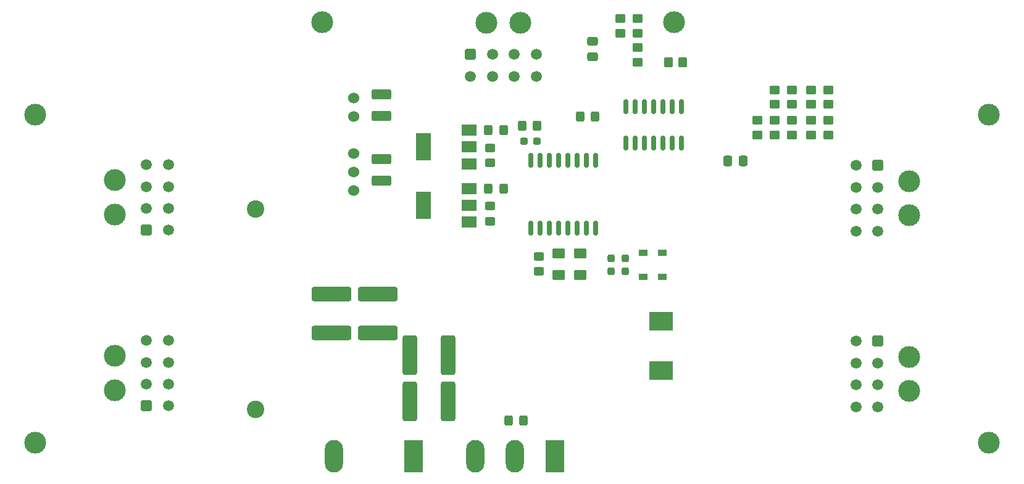
<source format=gbr>
%TF.GenerationSoftware,KiCad,Pcbnew,(6.0.1)*%
%TF.CreationDate,2023-02-17T13:15:31+03:00*%
%TF.ProjectId,_______ IGBT,14403039-3235-4402-9049-4742542e6b69,rev?*%
%TF.SameCoordinates,Original*%
%TF.FileFunction,Soldermask,Top*%
%TF.FilePolarity,Negative*%
%FSLAX46Y46*%
G04 Gerber Fmt 4.6, Leading zero omitted, Abs format (unit mm)*
G04 Created by KiCad (PCBNEW (6.0.1)) date 2023-02-17 13:15:31*
%MOMM*%
%LPD*%
G01*
G04 APERTURE LIST*
G04 Aperture macros list*
%AMRoundRect*
0 Rectangle with rounded corners*
0 $1 Rounding radius*
0 $2 $3 $4 $5 $6 $7 $8 $9 X,Y pos of 4 corners*
0 Add a 4 corners polygon primitive as box body*
4,1,4,$2,$3,$4,$5,$6,$7,$8,$9,$2,$3,0*
0 Add four circle primitives for the rounded corners*
1,1,$1+$1,$2,$3*
1,1,$1+$1,$4,$5*
1,1,$1+$1,$6,$7*
1,1,$1+$1,$8,$9*
0 Add four rect primitives between the rounded corners*
20,1,$1+$1,$2,$3,$4,$5,0*
20,1,$1+$1,$4,$5,$6,$7,0*
20,1,$1+$1,$6,$7,$8,$9,0*
20,1,$1+$1,$8,$9,$2,$3,0*%
G04 Aperture macros list end*
%ADD10RoundRect,0.250000X-0.450000X0.350000X-0.450000X-0.350000X0.450000X-0.350000X0.450000X0.350000X0*%
%ADD11RoundRect,0.250000X0.450000X-0.350000X0.450000X0.350000X-0.450000X0.350000X-0.450000X-0.350000X0*%
%ADD12C,2.400000*%
%ADD13RoundRect,0.250001X-1.074999X0.462499X-1.074999X-0.462499X1.074999X-0.462499X1.074999X0.462499X0*%
%ADD14RoundRect,0.250000X-0.475000X0.337500X-0.475000X-0.337500X0.475000X-0.337500X0.475000X0.337500X0*%
%ADD15RoundRect,0.250001X1.074999X-0.462499X1.074999X0.462499X-1.074999X0.462499X-1.074999X-0.462499X0*%
%ADD16RoundRect,0.237500X0.287500X0.237500X-0.287500X0.237500X-0.287500X-0.237500X0.287500X-0.237500X0*%
%ADD17RoundRect,0.237500X0.237500X-0.287500X0.237500X0.287500X-0.237500X0.287500X-0.237500X-0.287500X0*%
%ADD18RoundRect,0.250000X-0.325000X-0.450000X0.325000X-0.450000X0.325000X0.450000X-0.325000X0.450000X0*%
%ADD19RoundRect,0.250000X-0.450000X0.325000X-0.450000X-0.325000X0.450000X-0.325000X0.450000X0.325000X0*%
%ADD20RoundRect,0.150000X0.150000X-0.875000X0.150000X0.875000X-0.150000X0.875000X-0.150000X-0.875000X0*%
%ADD21R,1.200000X0.900000*%
%ADD22R,3.300000X2.500000*%
%ADD23C,3.000000*%
%ADD24R,2.500000X4.500000*%
%ADD25O,2.500000X4.500000*%
%ADD26RoundRect,0.250000X0.325000X0.450000X-0.325000X0.450000X-0.325000X-0.450000X0.325000X-0.450000X0*%
%ADD27RoundRect,0.250001X-0.624999X0.462499X-0.624999X-0.462499X0.624999X-0.462499X0.624999X0.462499X0*%
%ADD28RoundRect,0.249999X-0.737501X-2.450001X0.737501X-2.450001X0.737501X2.450001X-0.737501X2.450001X0*%
%ADD29RoundRect,0.249999X2.450001X-0.737501X2.450001X0.737501X-2.450001X0.737501X-2.450001X-0.737501X0*%
%ADD30RoundRect,0.250001X-0.499999X-0.499999X0.499999X-0.499999X0.499999X0.499999X-0.499999X0.499999X0*%
%ADD31C,1.500000*%
%ADD32RoundRect,0.250001X0.499999X-0.499999X0.499999X0.499999X-0.499999X0.499999X-0.499999X-0.499999X0*%
%ADD33RoundRect,0.250001X-0.499999X0.499999X-0.499999X-0.499999X0.499999X-0.499999X0.499999X0.499999X0*%
%ADD34R,2.000000X1.500000*%
%ADD35R,2.000000X3.800000*%
%ADD36C,1.524000*%
%ADD37RoundRect,0.150000X0.150000X-0.825000X0.150000X0.825000X-0.150000X0.825000X-0.150000X-0.825000X0*%
%ADD38RoundRect,0.250000X0.350000X0.450000X-0.350000X0.450000X-0.350000X-0.450000X0.350000X-0.450000X0*%
%ADD39RoundRect,0.250000X-0.337500X-0.475000X0.337500X-0.475000X0.337500X0.475000X-0.337500X0.475000X0*%
G04 APERTURE END LIST*
D10*
%TO.C,R22*%
X172009300Y-63078600D03*
X172009300Y-65078600D03*
%TD*%
D11*
%TO.C,R21*%
X174409300Y-65078600D03*
X174409300Y-63078600D03*
%TD*%
%TO.C,R19*%
X200609300Y-74878600D03*
X200609300Y-72878600D03*
%TD*%
%TO.C,R18*%
X200609300Y-79078600D03*
X200609300Y-77078600D03*
%TD*%
%TO.C,R17*%
X198209300Y-74878600D03*
X198209300Y-72878600D03*
%TD*%
D12*
%TO.C,C1*%
X122020300Y-116728100D03*
X122020300Y-89228100D03*
%TD*%
D13*
%TO.C,C2*%
X139292300Y-73521100D03*
X139292300Y-76496100D03*
%TD*%
D14*
%TO.C,C3*%
X168209300Y-66241100D03*
X168209300Y-68316100D03*
%TD*%
D15*
%TO.C,C6*%
X139292300Y-85386100D03*
X139292300Y-82411100D03*
%TD*%
D16*
%TO.C,C7*%
X160614300Y-79961600D03*
X158864300Y-79961600D03*
%TD*%
D17*
%TO.C,C9*%
X170788300Y-97791100D03*
X170788300Y-96041100D03*
%TD*%
%TO.C,C10*%
X172756800Y-97791100D03*
X172756800Y-96041100D03*
%TD*%
D18*
%TO.C,C17*%
X153951800Y-78374100D03*
X156001800Y-78374100D03*
%TD*%
D19*
%TO.C,C18*%
X154151300Y-80832600D03*
X154151300Y-82882600D03*
%TD*%
D20*
%TO.C,D2*%
X159739300Y-91850600D03*
X161009300Y-91850600D03*
X162279300Y-91850600D03*
X163549300Y-91850600D03*
X164819300Y-91850600D03*
X166089300Y-91850600D03*
X167359300Y-91850600D03*
X168629300Y-91850600D03*
X168629300Y-82550600D03*
X167359300Y-82550600D03*
X166089300Y-82550600D03*
X164819300Y-82550600D03*
X163549300Y-82550600D03*
X162279300Y-82550600D03*
X161009300Y-82550600D03*
X159739300Y-82550600D03*
%TD*%
D21*
%TO.C,D4*%
X175169800Y-98566100D03*
X175169800Y-95266100D03*
%TD*%
D22*
%TO.C,D5*%
X177646300Y-111428600D03*
X177646300Y-104628600D03*
%TD*%
D23*
%TO.C,H1*%
X91794300Y-121363600D03*
%TD*%
%TO.C,H2*%
X91794300Y-76278600D03*
%TD*%
%TO.C,H3*%
X222604300Y-76278600D03*
%TD*%
%TO.C,H4*%
X222604300Y-121363600D03*
%TD*%
D24*
%TO.C,Q1*%
X163041300Y-123170000D03*
D25*
X157591300Y-123170000D03*
X152141300Y-123170000D03*
%TD*%
D18*
%TO.C,R1*%
X158587300Y-77802600D03*
X160637300Y-77802600D03*
%TD*%
D26*
%TO.C,R2*%
X158732300Y-118315600D03*
X156682300Y-118315600D03*
%TD*%
D19*
%TO.C,R4*%
X160882300Y-95764100D03*
X160882300Y-97814100D03*
%TD*%
D27*
%TO.C,R5*%
X166533800Y-95301600D03*
X166533800Y-98276600D03*
%TD*%
%TO.C,R6*%
X163549300Y-95301600D03*
X163549300Y-98276600D03*
%TD*%
D26*
%TO.C,R7*%
X168574800Y-76532600D03*
X166524800Y-76532600D03*
%TD*%
D28*
%TO.C,C4*%
X143131800Y-109298600D03*
X148406800Y-109298600D03*
%TD*%
D29*
%TO.C,C5*%
X132434300Y-106221100D03*
X132434300Y-100946100D03*
%TD*%
D28*
%TO.C,C8*%
X143131800Y-115648600D03*
X148406800Y-115648600D03*
%TD*%
D29*
%TO.C,C11*%
X138784300Y-106221100D03*
X138784300Y-100946100D03*
%TD*%
D23*
%TO.C,J3*%
X158344300Y-63703600D03*
X153644300Y-63703600D03*
D30*
X151484300Y-68023600D03*
D31*
X154484300Y-68023600D03*
X157484300Y-68023600D03*
X160484300Y-68023600D03*
X151484300Y-71023600D03*
X154484300Y-71023600D03*
X157484300Y-71023600D03*
X160484300Y-71023600D03*
%TD*%
D23*
%TO.C,H5*%
X131164300Y-63578600D03*
%TD*%
%TO.C,H6*%
X179424300Y-63578600D03*
%TD*%
%TO.C,J1*%
X102714300Y-109423600D03*
X102714300Y-114123600D03*
D32*
X107034300Y-116283600D03*
D31*
X107034300Y-113283600D03*
X107034300Y-110283600D03*
X107034300Y-107283600D03*
X110034300Y-116283600D03*
X110034300Y-113283600D03*
X110034300Y-110283600D03*
X110034300Y-107283600D03*
%TD*%
D23*
%TO.C,J2*%
X102714300Y-89993600D03*
X102714300Y-85293600D03*
D32*
X107034300Y-92153600D03*
D31*
X107034300Y-89153600D03*
X107034300Y-86153600D03*
X107034300Y-83153600D03*
X110034300Y-92153600D03*
X110034300Y-89153600D03*
X110034300Y-86153600D03*
X110034300Y-83153600D03*
%TD*%
D23*
%TO.C,J4*%
X211684300Y-90123600D03*
X211684300Y-85423600D03*
D33*
X207364300Y-83263600D03*
D31*
X207364300Y-86263600D03*
X207364300Y-89263600D03*
X207364300Y-92263600D03*
X204364300Y-83263600D03*
X204364300Y-86263600D03*
X204364300Y-89263600D03*
X204364300Y-92263600D03*
%TD*%
D23*
%TO.C,J5*%
X211684300Y-109553600D03*
X211684300Y-114253600D03*
D33*
X207364300Y-107393600D03*
D31*
X207364300Y-110393600D03*
X207364300Y-113393600D03*
X207364300Y-116393600D03*
X204364300Y-107393600D03*
X204364300Y-110393600D03*
X204364300Y-113393600D03*
X204364300Y-116393600D03*
%TD*%
D24*
%TO.C,D1*%
X143655000Y-123170000D03*
D25*
X132755000Y-123170000D03*
%TD*%
D34*
%TO.C,U1*%
X151332300Y-83023600D03*
X151332300Y-80723600D03*
X151332300Y-78423600D03*
D35*
X145032300Y-80723600D03*
%TD*%
D18*
%TO.C,C12*%
X153951800Y-86438600D03*
X156001800Y-86438600D03*
%TD*%
D19*
%TO.C,C13*%
X154151300Y-88851600D03*
X154151300Y-90901600D03*
%TD*%
D34*
%TO.C,U2*%
X151332300Y-91024600D03*
X151332300Y-88724600D03*
X151332300Y-86424600D03*
D35*
X145032300Y-88724600D03*
%TD*%
D36*
%TO.C,D8*%
X135482300Y-73992600D03*
X135482300Y-76532600D03*
X135482300Y-81612600D03*
X135482300Y-84152600D03*
X135482300Y-86692600D03*
%TD*%
D10*
%TO.C,R14*%
X193209300Y-77078600D03*
X193209300Y-79078600D03*
%TD*%
%TO.C,R11*%
X195609300Y-77078600D03*
X195609300Y-79078600D03*
%TD*%
D37*
%TO.C,U3*%
X172799300Y-80153600D03*
X174069300Y-80153600D03*
X175339300Y-80153600D03*
X176609300Y-80153600D03*
X177879300Y-80153600D03*
X179149300Y-80153600D03*
X180419300Y-80153600D03*
X180419300Y-75203600D03*
X179149300Y-75203600D03*
X177879300Y-75203600D03*
X176609300Y-75203600D03*
X175339300Y-75203600D03*
X174069300Y-75203600D03*
X172799300Y-75203600D03*
%TD*%
D38*
%TO.C,R15*%
X180609300Y-69078600D03*
X178609300Y-69078600D03*
%TD*%
D11*
%TO.C,R10*%
X195609300Y-74878600D03*
X195609300Y-72878600D03*
%TD*%
D10*
%TO.C,R16*%
X174409300Y-67078600D03*
X174409300Y-69078600D03*
%TD*%
D21*
%TO.C,R8*%
X177809300Y-98566100D03*
X177809300Y-95266100D03*
%TD*%
D10*
%TO.C,R12*%
X190809300Y-77078600D03*
X190809300Y-79078600D03*
%TD*%
D39*
%TO.C,C14*%
X186771800Y-82678600D03*
X188846800Y-82678600D03*
%TD*%
D10*
%TO.C,R3*%
X193209300Y-72878600D03*
X193209300Y-74878600D03*
%TD*%
D11*
%TO.C,R9*%
X198209300Y-79078600D03*
X198209300Y-77078600D03*
%TD*%
M02*

</source>
